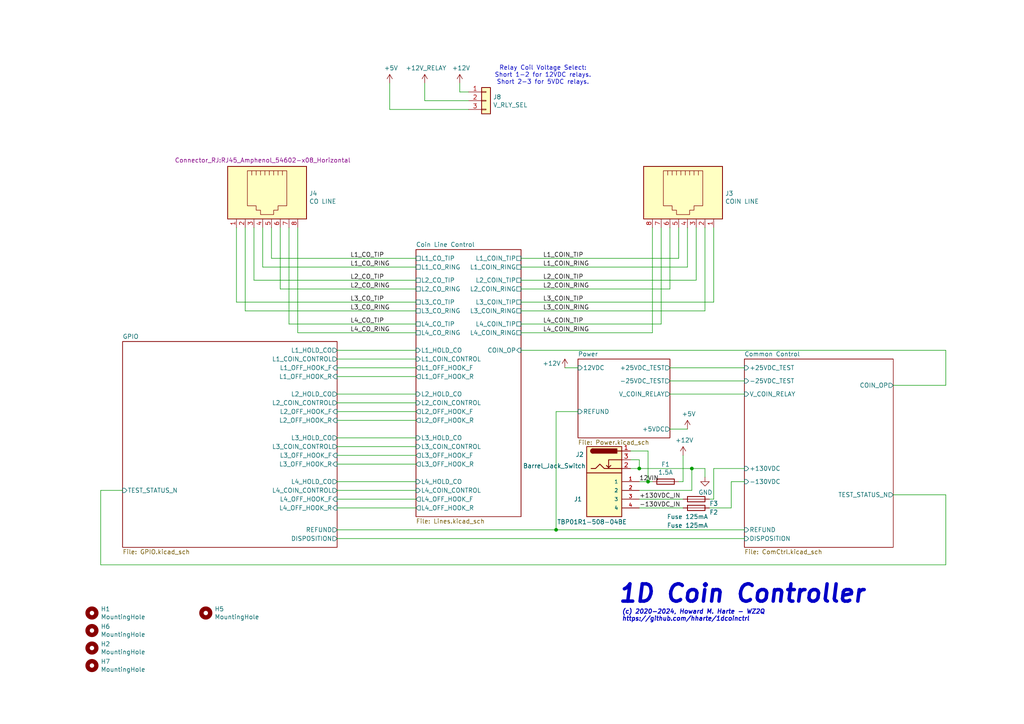
<source format=kicad_sch>
(kicad_sch (version 20231120) (generator "eeschema") (generator_version "8.0")
  (paper "A4")
  (title_block (title "1D Coin Controller - Connectors") (date "2024-03-24") (rev "4"))
  (lib_symbols
    (symbol "1d_coinctrl_r2-rescue:+12V_RELAY-power" (power) (pin_names (offset 0))
      (property "Value" "+12V_RELAY-power" (at 0 3.556 0))
      (symbol "+12V_RELAY-power_0_1"
        (polyline (pts (xy -0.762 1.27) (xy 0 2.54)))
        (polyline (pts (xy 0 0) (xy 0 2.54)))
        (polyline (pts (xy 0 2.54) (xy 0.762 1.27)))
      )
      (symbol "+12V_RELAY-power_1_1"
        (pin power_in line (at 0 0 90) (length 0) hide (name "+12V_RELAY") (number "1"))
      )
    )
    (symbol "Connector:8P8C" (pin_names (offset 1.016))
      (property "Reference" "J" (at -5.08 13.97 0))
      (property "Value" "8P8C" (at 2.54 13.97 0))
      (symbol "8P8C_0_1"
        (polyline (pts (xy -5.08 4.445) (xy -6.35 4.445)))
        (polyline (pts (xy -5.08 5.715) (xy -6.35 5.715)))
        (polyline (pts (xy -6.35 -3.175) (xy -5.08 -3.175) (xy -5.08 -3.175)))
        (polyline (pts (xy -6.35 -1.905) (xy -5.08 -1.905) (xy -5.08 -1.905)))
        (polyline (pts (xy -6.35 -0.635) (xy -5.08 -0.635) (xy -5.08 -0.635)))
        (polyline (pts (xy -6.35 0.635) (xy -5.08 0.635) (xy -5.08 0.635)))
        (polyline (pts (xy -6.35 1.905) (xy -5.08 1.905) (xy -5.08 1.905)))
        (polyline (pts (xy -5.08 3.175) (xy -6.35 3.175) (xy -6.35 3.175)))
        (polyline (pts (xy -6.35 -4.445) (xy -6.35 6.985) (xy 3.81 6.985) (xy 3.81 4.445) (xy 5.08 4.445) (xy 5.08 3.175) (xy 6.35 3.175) (xy 6.35 -0.635) (xy 5.08 -0.635) (xy 5.08 -1.905) (xy 3.81 -1.905) (xy 3.81 -4.445) (xy -6.35 -4.445) (xy -6.35 -4.445)))
        (rectangle (start 7.62 12.7) (end -7.62 -10.16) (stroke (width 0.254)) (fill (type background)))
      )
      (symbol "8P8C_1_1"
        (pin passive line (at 10.16 -7.62 180) (length 2.54) (name "~") (number "1"))
        (pin passive line (at 10.16 -5.08 180) (length 2.54) (name "~") (number "2"))
        (pin passive line (at 10.16 -2.54 180) (length 2.54) (name "~") (number "3"))
        (pin passive line (at 10.16 0 180) (length 2.54) (name "~") (number "4"))
        (pin passive line (at 10.16 2.54 180) (length 2.54) (name "~") (number "5"))
        (pin passive line (at 10.16 5.08 180) (length 2.54) (name "~") (number "6"))
        (pin passive line (at 10.16 7.62 180) (length 2.54) (name "~") (number "7"))
        (pin passive line (at 10.16 10.16 180) (length 2.54) (name "~") (number "8"))
      )
    )
    (symbol "Connector:Barrel_Jack_Switch" (pin_names hide)
      (property "Reference" "J" (at 0 5.334 0))
      (property "Value" "Barrel_Jack_Switch" (at 0 -5.08 0))
      (symbol "Barrel_Jack_Switch_0_1"
        (rectangle (start -5.08 3.81) (end 5.08 -3.81) (stroke (width 0.254)) (fill (type background)))
        (arc (start -3.302 3.175) (mid -3.9343 2.54) (end -3.302 1.905) (stroke (width 0.254)))
        (arc (start -3.302 3.175) (mid -3.9343 2.54) (end -3.302 1.905) (stroke (width 0.254)) (fill (type outline)))
        (polyline (pts (xy 1.27 -2.286) (xy 1.905 -1.651)) (stroke (width 0.254)))
        (polyline (pts (xy 5.08 2.54) (xy 3.81 2.54)) (stroke (width 0.254)))
        (polyline (pts (xy 5.08 0) (xy 1.27 0) (xy 1.27 -2.286) (xy 0.635 -1.651)) (stroke (width 0.254)))
        (polyline (pts (xy -3.81 -2.54) (xy -2.54 -2.54) (xy -1.27 -1.27) (xy 0 -2.54) (xy 2.54 -2.54) (xy 5.08 -2.54)) (stroke (width 0.254)))
        (rectangle (start 3.683 3.175) (end -3.302 1.905) (stroke (width 0.254)) (fill (type outline)))
      )
      (symbol "Barrel_Jack_Switch_1_1"
        (pin passive line (at 7.62 2.54 180) (length 2.54) (name "~") (number "1"))
        (pin passive line (at 7.62 -2.54 180) (length 2.54) (name "~") (number "2"))
        (pin passive line (at 7.62 0 180) (length 2.54) (name "~") (number "3"))
      )
    )
    (symbol "Connector_Generic:Conn_01x03" (pin_names (offset 1.016) hide)
      (property "Reference" "J" (at 0 5.08 0))
      (property "Value" "Conn_01x03" (at 0 -5.08 0))
      (symbol "Conn_01x03_1_1"
        (rectangle (start -1.27 -2.413) (end 0 -2.667) (stroke (width 0.1524)))
        (rectangle (start -1.27 0.127) (end 0 -0.127) (stroke (width 0.1524)))
        (rectangle (start -1.27 2.667) (end 0 2.413) (stroke (width 0.1524)))
        (rectangle (start -1.27 3.81) (end 1.27 -3.81) (stroke (width 0.254)) (fill (type background)))
        (pin passive line (at -5.08 2.54 0) (length 3.81) (name "Pin_1") (number "1"))
        (pin passive line (at -5.08 0 0) (length 3.81) (name "Pin_2") (number "2"))
        (pin passive line (at -5.08 -2.54 0) (length 3.81) (name "Pin_3") (number "3"))
      )
    )
    (symbol "Device:Fuse" (pin_numbers hide) (pin_names (offset 0))
      (property "Reference" "F" (at 2.032 0 90))
      (property "Value" "Fuse" (at -1.905 0 90))
      (symbol "Fuse_0_1"
        (rectangle (start -0.762 -2.54) (end 0.762 2.54) (stroke (width 0.254)))
        (polyline (pts (xy 0 2.54) (xy 0 -2.54)))
      )
      (symbol "Fuse_1_1"
        (pin passive line (at 0 3.81 270) (length 1.27) (name "~") (number "1"))
        (pin passive line (at 0 -3.81 90) (length 1.27) (name "~") (number "2"))
      )
    )
    (symbol "Mechanical:MountingHole" (pin_names (offset 1.016))
      (property "Reference" "H" (at 0 5.08 0))
      (property "Value" "MountingHole" (at 0 3.175 0))
      (symbol "MountingHole_0_1"
        (circle (center 0 0) (radius 1.27) (stroke (width 1.27)))
      )
    )
    (symbol "TBP01R1-508-04BE:TBP01R1-508-04BE" (pin_names (offset 1.016))
      (property "Reference" "J" (at -5.588 7.62 0))
      (property "Value" "TBP01R1-508-04BE" (at -5.08 -7.62 0))
      (symbol "TBP01R1-508-04BE_0_0"
        (rectangle (start -5.08 -5.08) (end 5.08 7.62) (stroke (width 0.254)) (fill (type background)))
        (pin passive line (at -10.16 5.08 0) (length 5.08) (name "1") (number "1"))
        (pin passive line (at -10.16 2.54 0) (length 5.08) (name "2") (number "2"))
        (pin passive line (at -10.16 0 0) (length 5.08) (name "3") (number "3"))
        (pin passive line (at -10.16 -2.54 0) (length 5.08) (name "4") (number "4"))
      )
    )
    (symbol "power:+12V" (power) (pin_names (offset 0))
      (property "Value" "+12V" (at 0 3.556 0))
      (symbol "+12V_0_1"
        (polyline (pts (xy -0.762 1.27) (xy 0 2.54)))
        (polyline (pts (xy 0 0) (xy 0 2.54)))
        (polyline (pts (xy 0 2.54) (xy 0.762 1.27)))
      )
      (symbol "+12V_1_1"
        (pin power_in line (at 0 0 90) (length 0) hide (name "+12V") (number "1"))
      )
    )
    (symbol "power:+5V" (power) (pin_names (offset 0))
      (property "Value" "+5V" (at 0 3.556 0))
      (symbol "+5V_0_1"
        (polyline (pts (xy -0.762 1.27) (xy 0 2.54)))
        (polyline (pts (xy 0 0) (xy 0 2.54)))
        (polyline (pts (xy 0 2.54) (xy 0.762 1.27)))
      )
      (symbol "+5V_1_1"
        (pin power_in line (at 0 0 90) (length 0) hide (name "+5V") (number "1"))
      )
    )
    (symbol "power:GND" (power) (pin_names (offset 0))
      (property "Value" "GND" (at 0 -3.81 0))
      (symbol "GND_0_1"
        (polyline (pts (xy 0 0) (xy 0 -1.27) (xy 1.27 -1.27) (xy 0 -2.54) (xy -1.27 -1.27) (xy 0 -1.27)))
      )
      (symbol "GND_1_1"
        (pin power_in line (at 0 0 270) (length 0) hide (name "GND") (number "1"))
      )
    )
  )
  (junction (at 187.96 139.7))
  (junction (at 185.42 135.89))
  (junction (at 200.66 135.89))
  (junction (at 161.29 153.67))
  (wire (pts (xy 182.88 133.35) (xy 185.42 133.35)))
  (wire (pts (xy 199.39 66.04) (xy 199.39 77.47)))
  (wire (pts (xy 212.09 139.7) (xy 212.09 147.32)))
  (wire (pts (xy 161.29 119.38) (xy 167.64 119.38)))
  (wire (pts (xy 81.28 83.82) (xy 81.28 66.04)))
  (wire (pts (xy 151.13 77.47) (xy 199.39 77.47)))
  (wire (pts (xy 259.08 111.76) (xy 274.32 111.76)))
  (wire (pts (xy 194.31 114.3) (xy 215.9 114.3)))
  (wire (pts (xy 68.58 87.63) (xy 120.65 87.63)))
  (wire (pts (xy 207.01 135.89) (xy 207.01 144.78)))
  (wire (pts (xy 73.66 81.28) (xy 73.66 66.04)))
  (wire (pts (xy 97.79 121.92) (xy 120.65 121.92)))
  (wire (pts (xy 97.79 142.24) (xy 120.65 142.24)))
  (wire (pts (xy 97.79 144.78) (xy 120.65 144.78)))
  (wire (pts (xy 259.08 143.51) (xy 274.32 143.51)))
  (wire (pts (xy 86.36 96.52) (xy 86.36 66.04)))
  (wire (pts (xy 185.42 135.89) (xy 200.66 135.89)))
  (wire (pts (xy 97.79 106.68) (xy 120.65 106.68)))
  (wire (pts (xy 198.12 132.08) (xy 198.12 139.7)))
  (wire (pts (xy 185.42 142.24) (xy 200.66 142.24)))
  (wire (pts (xy 185.42 147.32) (xy 198.12 147.32)))
  (wire (pts (xy 151.13 96.52) (xy 189.23 96.52)))
  (wire (pts (xy 97.79 134.62) (xy 120.65 134.62)))
  (wire (pts (xy 29.21 142.24) (xy 29.21 163.83)))
  (wire (pts (xy 274.32 101.6) (xy 151.13 101.6)))
  (wire (pts (xy 201.93 81.28) (xy 201.93 66.04)))
  (wire (pts (xy 135.89 31.75) (xy 113.03 31.75)))
  (wire (pts (xy 215.9 139.7) (xy 212.09 139.7)))
  (wire (pts (xy 97.79 101.6) (xy 120.65 101.6)))
  (wire (pts (xy 151.13 81.28) (xy 201.93 81.28)))
  (wire (pts (xy 97.79 104.14) (xy 120.65 104.14)))
  (wire (pts (xy 76.2 77.47) (xy 120.65 77.47)))
  (wire (pts (xy 133.35 26.67) (xy 133.35 24.13)))
  (wire (pts (xy 161.29 153.67) (xy 215.9 153.67)))
  (wire (pts (xy 185.42 133.35) (xy 185.42 135.89)))
  (wire (pts (xy 151.13 87.63) (xy 207.01 87.63)))
  (wire (pts (xy 86.36 96.52) (xy 120.65 96.52)))
  (wire (pts (xy 182.88 135.89) (xy 185.42 135.89)))
  (wire (pts (xy 151.13 83.82) (xy 194.31 83.82)))
  (wire (pts (xy 133.35 26.67) (xy 135.89 26.67)))
  (wire (pts (xy 97.79 156.21) (xy 215.9 156.21)))
  (wire (pts (xy 274.32 143.51) (xy 274.32 163.83)))
  (wire (pts (xy 97.79 129.54) (xy 120.65 129.54)))
  (wire (pts (xy 113.03 31.75) (xy 113.03 24.13)))
  (wire (pts (xy 73.66 81.28) (xy 120.65 81.28)))
  (wire (pts (xy 71.12 90.17) (xy 120.65 90.17)))
  (wire (pts (xy 189.23 96.52) (xy 189.23 66.04)))
  (wire (pts (xy 29.21 163.83) (xy 274.32 163.83)))
  (wire (pts (xy 200.66 135.89) (xy 200.66 142.24)))
  (wire (pts (xy 151.13 93.98) (xy 191.77 93.98)))
  (wire (pts (xy 207.01 135.89) (xy 215.9 135.89)))
  (wire (pts (xy 182.88 130.81) (xy 187.96 130.81)))
  (wire (pts (xy 196.85 74.93) (xy 196.85 66.04)))
  (wire (pts (xy 81.28 83.82) (xy 120.65 83.82)))
  (wire (pts (xy 194.31 106.68) (xy 215.9 106.68)))
  (wire (pts (xy 185.42 139.7) (xy 187.96 139.7)))
  (wire (pts (xy 187.96 130.81) (xy 187.96 139.7)))
  (wire (pts (xy 120.65 127) (xy 97.79 127)))
  (wire (pts (xy 78.74 74.93) (xy 120.65 74.93)))
  (wire (pts (xy 185.42 144.78) (xy 198.12 144.78)))
  (wire (pts (xy 97.79 119.38) (xy 120.65 119.38)))
  (wire (pts (xy 191.77 93.98) (xy 191.77 66.04)))
  (wire (pts (xy 194.31 124.46) (xy 199.39 124.46)))
  (wire (pts (xy 97.79 116.84) (xy 120.65 116.84)))
  (wire (pts (xy 205.74 147.32) (xy 212.09 147.32)))
  (wire (pts (xy 187.96 139.7) (xy 189.23 139.7)))
  (wire (pts (xy 194.31 110.49) (xy 215.9 110.49)))
  (wire (pts (xy 151.13 90.17) (xy 204.47 90.17)))
  (wire (pts (xy 196.85 139.7) (xy 198.12 139.7)))
  (wire (pts (xy 97.79 132.08) (xy 120.65 132.08)))
  (wire (pts (xy 97.79 153.67) (xy 161.29 153.67)))
  (wire (pts (xy 207.01 87.63) (xy 207.01 66.04)))
  (wire (pts (xy 204.47 135.89) (xy 200.66 135.89)))
  (wire (pts (xy 83.82 93.98) (xy 120.65 93.98)))
  (wire (pts (xy 194.31 83.82) (xy 194.31 66.04)))
  (wire (pts (xy 120.65 114.3) (xy 97.79 114.3)))
  (wire (pts (xy 151.13 74.93) (xy 196.85 74.93)))
  (wire (pts (xy 123.19 24.13) (xy 123.19 29.21)))
  (wire (pts (xy 97.79 109.22) (xy 120.65 109.22)))
  (wire (pts (xy 97.79 147.32) (xy 120.65 147.32)))
  (wire (pts (xy 78.74 66.04) (xy 78.74 74.93)))
  (wire (pts (xy 71.12 90.17) (xy 71.12 66.04)))
  (wire (pts (xy 161.29 119.38) (xy 161.29 153.67)))
  (wire (pts (xy 83.82 66.04) (xy 83.82 93.98)))
  (wire (pts (xy 205.74 144.78) (xy 207.01 144.78)))
  (wire (pts (xy 68.58 66.04) (xy 68.58 87.63)))
  (wire (pts (xy 274.32 111.76) (xy 274.32 101.6)))
  (wire (pts (xy 123.19 29.21) (xy 135.89 29.21)))
  (wire (pts (xy 76.2 66.04) (xy 76.2 77.47)))
  (wire (pts (xy 204.47 90.17) (xy 204.47 66.04)))
  (wire (pts (xy 29.21 142.24) (xy 35.56 142.24)))
  (wire (pts (xy 120.65 139.7) (xy 97.79 139.7)))
  (wire (pts (xy 204.47 138.43) (xy 204.47 135.89)))
  (wire (pts (xy 163.83 106.68) (xy 167.64 106.68)))
  (text "(c) 2020-2024, Howard M. Harte - WZ2Q\nhttps://github.com/hharte/1dcoinctrl" (at 180.34 180.34 0) (effects (font (size 1.27 1.27) (thickness 0.254) (bold yes) (italic yes)) (justify left bottom)))
  (text "Relay Coil Voltage Select:\nShort 1-2 for 12VDC relays.\nShort 2-3 for 5VDC relays." (at 157.48 21.844 0) (effects (font (size 1.27 1.27))))
  (text "1D Coin Controller" (at 179.07 175.26 0) (effects (font (size 5.0038 5.0038) (thickness 1.0008) (bold yes) (italic yes)) (justify left bottom)))
  (label "L3_CO_RING" (at 101.6 90.17 0))
  (label "L2_CO_RING" (at 101.6 83.82 0))
  (label "L4_CO_RING" (at 101.6 96.52 0))
  (label "L3_COIN_RING" (at 157.48 90.17 0))
  (label "-130VDC_IN" (at 185.42 147.32 0))
  (label "L4_COIN_TIP" (at 157.48 93.98 0))
  (label "L3_CO_TIP" (at 101.6 87.63 0))
  (label "L1_COIN_RING" (at 157.48 77.47 0))
  (label "12VIN" (at 185.42 139.7 0))
  (label "L4_COIN_RING" (at 157.48 96.52 0))
  (label "L2_CO_TIP" (at 101.6 81.28 0))
  (label "L3_COIN_TIP" (at 157.48 87.63 0))
  (label "L2_COIN_TIP" (at 157.48 81.28 0))
  (label "L1_CO_RING" (at 101.6 77.47 0))
  (label "L2_COIN_RING" (at 157.48 83.82 0))
  (label "+130VDC_IN" (at 185.42 144.78 0))
  (label "L1_COIN_TIP" (at 157.48 74.93 0))
  (label "L4_CO_TIP" (at 101.6 93.98 0))
  (label "L1_CO_TIP" (at 101.6 74.93 0))
  (symbol (lib_id "Connector:8P8C") (at 76.2 55.88 270) (unit 1)
    (property "Reference" "J4" (at 89.662 56.1086 90) (effects (justify left)))
    (property "Value" "CO LINE" (at 89.662 58.42 90) (effects (justify left)))
    (property "Footprint" "Connector_RJ:RJ45_Amphenol_54602-x08_Horizontal" (at 76.2 46.482 90))
    (property "MPN" "54602-908LF" (effects (hide yes)))
    (property "Digi-Key_PN" "609-1046-ND" (effects (hide yes)))
  )
  (symbol (lib_id "Connector:8P8C") (at 199.39 55.88 90) (mirror x) (unit 1)
    (property "Reference" "J3" (at 210.312 56.1086 90) (effects (justify right)))
    (property "Value" "COIN LINE" (at 210.312 58.42 90) (effects (justify right)))
    (property "Footprint" "Connector_RJ:RJ45_Amphenol_54602-x08_Horizontal" (effects (hide yes)))
    (property "MPN" "54602-908LF" (effects (hide yes)))
    (property "Digi-Key_PN" "609-1046-ND" (effects (hide yes)))
  )
  (symbol (lib_id "power:+12V") (at 163.83 106.68 0) (unit 1)
    (property "Reference" "#PWR07" (effects (hide yes)))
    (property "Value" "+12V" (at 160.02 105.41 0))
  )
  (symbol (lib_id "1d_coinctrl_r2-rescue:+12V_RELAY-power") (at 123.19 24.13 0) (unit 1)
    (property "Reference" "#12V_RELAY0101" (effects (hide yes)))
    (property "Value" "+12V_RELAY" (at 123.571 19.7358 0))
  )
  (symbol (lib_id "Connector_Generic:Conn_01x03") (at 140.97 29.21 0) (unit 1)
    (property "Reference" "J8" (at 143.002 28.1432 0) (effects (justify left)))
    (property "Value" "V_RLY_SEL" (at 143.002 30.4546 0) (effects (justify left)))
    (property "Footprint" "Connector_PinHeader_2.54mm:PinHeader_1x03_P2.54mm_Vertical" (effects (hide yes)))
  )
  (symbol (lib_id "power:+12V") (at 133.35 24.13 0) (unit 1)
    (property "Reference" "#PWR05" (effects (hide yes)))
    (property "Value" "+12V" (at 133.731 19.7358 0))
  )
  (symbol (lib_id "power:+5V") (at 113.03 24.13 0) (unit 1)
    (property "Reference" "#PWR03" (effects (hide yes)))
    (property "Value" "+5V" (at 113.411 19.7358 0))
  )
  (symbol (lib_id "power:+5V") (at 199.39 124.46 0) (unit 1)
    (property "Reference" "#PWR08" (effects (hide yes)))
    (property "Value" "+5V" (at 199.771 120.0658 0))
  )
  (symbol (lib_id "Mechanical:MountingHole") (at 26.67 182.88 0) (unit 1) (in_bom no)
    (property "Reference" "H6" (at 29.21 181.7116 0) (effects (justify left)))
    (property "Value" "MountingHole" (at 29.21 184.023 0) (effects (justify left)))
    (property "Footprint" "MountingHole:MountingHole_3.7mm_Pad" (effects (hide yes)))
  )
  (symbol (lib_id "Mechanical:MountingHole") (at 26.67 187.96 0) (unit 1) (in_bom no)
    (property "Reference" "H2" (at 29.21 186.7916 0) (effects (justify left)))
    (property "Value" "MountingHole" (at 29.21 189.103 0) (effects (justify left)))
    (property "Footprint" "MountingHole:MountingHole_3.7mm_Pad" (effects (hide yes)))
  )
  (symbol (lib_id "Mechanical:MountingHole") (at 26.67 193.04 0) (unit 1) (in_bom no)
    (property "Reference" "H7" (at 29.21 191.8716 0) (effects (justify left)))
    (property "Value" "MountingHole" (at 29.21 194.183 0) (effects (justify left)))
    (property "Footprint" "MountingHole:MountingHole_3.7mm_Pad" (effects (hide yes)))
  )
  (symbol (lib_id "Mechanical:MountingHole") (at 59.69 177.8 0) (unit 1) (in_bom no)
    (property "Reference" "H5" (at 62.23 176.6316 0) (effects (justify left)))
    (property "Value" "MountingHole" (at 62.23 178.943 0) (effects (justify left)))
    (property "Footprint" "MountingHole:MountingHole_3.7mm_Pad" (effects (hide yes)))
  )
  (symbol (lib_id "Device:Fuse") (at 201.93 147.32 270) (unit 1)
    (property "Reference" "F2" (at 207.01 148.59 90))
    (property "Value" "Fuse 125mA" (at 199.39 149.86 90))
    (property "Footprint" "Resistor_THT:R_Axial_DIN0207_L6.3mm_D2.5mm_P10.16mm_Horizontal" (effects (hide yes)))
    (property "Digi-Key_PN" "F10763CT-ND" (effects (hide yes)))
    (property "MPN" "0251.125NAT1L" (effects (hide yes)))
  )
  (symbol (lib_id "power:+12V") (at 198.12 132.08 0) (unit 1)
    (property "Reference" "#PWR033" (effects (hide yes)))
    (property "Value" "+12V" (at 198.501 127.6858 0))
  )
  (symbol (lib_id "Device:Fuse") (at 201.93 144.78 270) (unit 1)
    (property "Reference" "F3" (at 207.01 146.05 90))
    (property "Value" "Fuse 125mA" (at 199.39 152.4 90))
    (property "Footprint" "Resistor_THT:R_Axial_DIN0207_L6.3mm_D2.5mm_P10.16mm_Horizontal" (effects (hide yes)))
    (property "MPN" "0251.125NAT1L" (effects (hide yes)))
    (property "Digi-Key_PN" "F10763CT-ND" (effects (hide yes)))
  )
  (symbol (lib_id "Connector:Barrel_Jack_Switch") (at 175.26 133.35 0) (unit 1)
    (property "Reference" "J2" (at 168.148 131.826 0))
    (property "Value" "Barrel_Jack_Switch" (at 160.782 135.128 0))
    (property "Footprint" "Connector_BarrelJack:BarrelJack_Horizontal" (effects (hide yes)))
    (property "Description" "DC Barrel Jack with an internal switch" (effects (hide yes)))
    (property "MPN" "RAPC722BK" (effects (hide yes)))
    (property "Note" "Populate either J2 or J4.  J4 is intended to give the hat a smaller footprint when installed inside the clock housing.  J2 is intended for use with a full-size Raspberry Pi." (effects (hide yes)))
  )
  (symbol (lib_id "Device:Fuse") (at 193.04 139.7 270) (unit 1)
    (property "Reference" "F1" (at 193.04 134.6962 90))
    (property "Value" "1.5A" (at 193.04 137.0076 90))
    (property "Footprint" "Resistor_THT:R_Axial_DIN0207_L6.3mm_D2.5mm_P10.16mm_Horizontal" (effects (hide yes)))
    (property "MPN" "025101.5MXL" (effects (hide yes)))
    (property "Digi-Key_PN" "F2319-ND" (effects (hide yes)))
  )
  (symbol (lib_id "TBP01R1-508-04BE:TBP01R1-508-04BE") (at 175.26 144.78 0) (mirror y) (unit 1)
    (property "Reference" "J1" (at 167.64 144.78 0))
    (property "Value" "TBP01R1-508-04BE" (at 171.704 151.384 0))
    (property "Footprint" "1dcoinctrl:CUI_TBP01R1-508-04BE" (effects (hide yes)))
    (property "MANUFACTURER" "CUI" (effects (hide yes)))
    (property "STANDARD" "Manufacturer Recommendations" (effects (hide yes)))
    (property "MPN" "TBP01R1-508-04BE" (effects (hide yes)))
    (property "Digi-Key_PN" "102-6408-ND" (effects (hide yes)))
  )
  (symbol (lib_id "power:GND") (at 204.47 138.43 0) (unit 1)
    (property "Reference" "#PWR0126" (effects (hide yes)))
    (property "Value" "GND" (at 204.597 142.8242 0))
  )
  (symbol (lib_id "Mechanical:MountingHole") (at 26.67 177.8 0) (unit 1) (in_bom no)
    (property "Reference" "H1" (at 29.21 176.6316 0) (effects (justify left)))
    (property "Value" "MountingHole" (at 29.21 178.943 0) (effects (justify left)))
    (property "Footprint" "MountingHole:MountingHole_3.7mm_Pad" (effects (hide yes)))
  )
  (sheet (at 167.64 104.14) (size 26.67 22.86)
    (property "Sheetname" "Power" (at 167.64 103.4284 0) (effects (justify left bottom)))
    (property "Sheetfile" "Power.kicad_sch" (at 167.64 127.5846 0) (effects (justify left top)))
    (pin "12VDC" input (at 167.64 106.68 180))
    (pin "+25VDC_TEST" output (at 194.31 106.68 0))
    (pin "-25VDC_TEST" output (at 194.31 110.49 0))
    (pin "+5VDC" output (at 194.31 124.46 0))
    (pin "REFUND" input (at 167.64 119.38 180))
    (pin "V_COIN_RELAY" output (at 194.31 114.3 0))
  )
  (sheet (at 35.56 99.06) (size 62.23 59.69)
    (property "Sheetname" "GPIO" (at 35.56 98.3484 0) (effects (justify left bottom)))
    (property "Sheetfile" "GPIO.kicad_sch" (at 35.56 159.3346 0) (effects (justify left top)))
    (pin "L1_HOLD_CO" output (at 97.79 101.6 0))
    (pin "L2_HOLD_CO" output (at 97.79 114.3 0))
    (pin "L3_HOLD_CO" output (at 97.79 127 0))
    (pin "L4_HOLD_CO" output (at 97.79 139.7 0))
    (pin "L1_COIN_CONTROL" output (at 97.79 104.14 0))
    (pin "L2_COIN_CONTROL" output (at 97.79 116.84 0))
    (pin "L3_COIN_CONTROL" output (at 97.79 129.54 0))
    (pin "L4_COIN_CONTROL" output (at 97.79 142.24 0))
    (pin "TEST_STATUS_N" input (at 35.56 142.24 180))
    (pin "REFUND" output (at 97.79 153.67 0))
    (pin "DISPOSITION" output (at 97.79 156.21 0))
    (pin "L2_OFF_HOOK_R" input (at 97.79 121.92 0))
    (pin "L2_OFF_HOOK_F" input (at 97.79 119.38 0))
    (pin "L1_OFF_HOOK_R" input (at 97.79 109.22 0))
    (pin "L1_OFF_HOOK_F" input (at 97.79 106.68 0))
    (pin "L4_OFF_HOOK_R" input (at 97.79 147.32 0))
    (pin "L4_OFF_HOOK_F" input (at 97.79 144.78 0))
    (pin "L3_OFF_HOOK_R" input (at 97.79 134.62 0))
    (pin "L3_OFF_HOOK_F" input (at 97.79 132.08 0))
  )
  (sheet (at 215.9 104.14) (size 43.18 54.61)
    (property "Sheetname" "Common Control" (at 215.9 103.4284 0) (effects (justify left bottom)))
    (property "Sheetfile" "ComCtrl.kicad_sch" (at 215.9 159.3346 0) (effects (justify left top)))
    (pin "+25VDC_TEST" input (at 215.9 106.68 180))
    (pin "-25VDC_TEST" input (at 215.9 110.49 180))
    (pin "+130VDC" input (at 215.9 135.89 180))
    (pin "-130VDC" input (at 215.9 139.7 180))
    (pin "REFUND" input (at 215.9 153.67 180))
    (pin "COIN_OP" output (at 259.08 111.76 0))
    (pin "DISPOSITION" input (at 215.9 156.21 180))
    (pin "TEST_STATUS_N" output (at 259.08 143.51 0))
    (pin "V_COIN_RELAY" input (at 215.9 114.3 180))
  )
  (sheet (at 120.65 72.39) (size 30.48 77.47)
    (property "Sheetname" "Coin Line Control" (at 120.65 71.6784 0) (effects (justify left bottom)))
    (property "Sheetfile" "Lines.kicad_sch" (at 120.65 150.4446 0) (effects (justify left top)))
    (pin "L1_CO_TIP" passive (at 120.65 74.93 180))
    (pin "L1_CO_RING" passive (at 120.65 77.47 180))
    (pin "L1_HOLD_CO" input (at 120.65 101.6 180))
    (pin "L1_COIN_TIP" passive (at 151.13 74.93 0))
    (pin "L1_COIN_CONTROL" input (at 120.65 104.14 180))
    (pin "L1_COIN_RING" passive (at 151.13 77.47 0))
    (pin "COIN_OP" input (at 151.13 101.6 0))
    (pin "L2_CO_TIP" passive (at 120.65 81.28 180))
    (pin "L2_CO_RING" passive (at 120.65 83.82 180))
    (pin "L2_HOLD_CO" input (at 120.65 114.3 180))
    (pin "L2_COIN_TIP" passive (at 151.13 81.28 0))
    (pin "L2_COIN_CONTROL" input (at 120.65 116.84 180))
    (pin "L2_COIN_RING" passive (at 151.13 83.82 0))
    (pin "L3_CO_TIP" passive (at 120.65 87.63 180))
    (pin "L3_CO_RING" passive (at 120.65 90.17 180))
    (pin "L3_HOLD_CO" input (at 120.65 127 180))
    (pin "L3_COIN_TIP" passive (at 151.13 87.63 0))
    (pin "L3_COIN_CONTROL" input (at 120.65 129.54 180))
    (pin "L3_COIN_RING" passive (at 151.13 90.17 0))
    (pin "L4_CO_TIP" passive (at 120.65 93.98 180))
    (pin "L4_CO_RING" passive (at 120.65 96.52 180))
    (pin "L4_HOLD_CO" input (at 120.65 139.7 180))
    (pin "L4_COIN_TIP" passive (at 151.13 93.98 0))
    (pin "L4_COIN_CONTROL" input (at 120.65 142.24 180))
    (pin "L4_COIN_RING" passive (at 151.13 96.52 0))
    (pin "L1_OFF_HOOK_F" output (at 120.65 106.68 180))
    (pin "L1_OFF_HOOK_R" output (at 120.65 109.22 180))
    (pin "L2_OFF_HOOK_F" output (at 120.65 119.38 180))
    (pin "L2_OFF_HOOK_R" output (at 120.65 121.92 180))
    (pin "L4_OFF_HOOK_F" output (at 120.65 144.78 180))
    (pin "L4_OFF_HOOK_R" output (at 120.65 147.32 180))
    (pin "L3_OFF_HOOK_F" output (at 120.65 132.08 180))
    (pin "L3_OFF_HOOK_R" output (at 120.65 134.62 180))
  )
)
</source>
